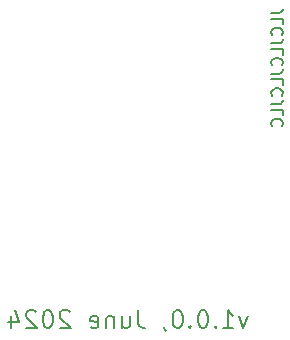
<source format=gbr>
%TF.GenerationSoftware,KiCad,Pcbnew,7.0.8*%
%TF.CreationDate,2024-06-10T09:02:31-04:00*%
%TF.ProjectId,bottomboard,626f7474-6f6d-4626-9f61-72642e6b6963,rev?*%
%TF.SameCoordinates,Original*%
%TF.FileFunction,Legend,Bot*%
%TF.FilePolarity,Positive*%
%FSLAX46Y46*%
G04 Gerber Fmt 4.6, Leading zero omitted, Abs format (unit mm)*
G04 Created by KiCad (PCBNEW 7.0.8) date 2024-06-10 09:02:31*
%MOMM*%
%LPD*%
G01*
G04 APERTURE LIST*
%ADD10C,0.150000*%
%ADD11C,0.200000*%
%ADD12C,3.200000*%
G04 APERTURE END LIST*
D10*
X175619819Y-90872493D02*
X176334104Y-90872493D01*
X176334104Y-90872493D02*
X176476961Y-90824874D01*
X176476961Y-90824874D02*
X176572200Y-90729636D01*
X176572200Y-90729636D02*
X176619819Y-90586779D01*
X176619819Y-90586779D02*
X176619819Y-90491541D01*
X176619819Y-91824874D02*
X176619819Y-91348684D01*
X176619819Y-91348684D02*
X175619819Y-91348684D01*
X176524580Y-92729636D02*
X176572200Y-92682017D01*
X176572200Y-92682017D02*
X176619819Y-92539160D01*
X176619819Y-92539160D02*
X176619819Y-92443922D01*
X176619819Y-92443922D02*
X176572200Y-92301065D01*
X176572200Y-92301065D02*
X176476961Y-92205827D01*
X176476961Y-92205827D02*
X176381723Y-92158208D01*
X176381723Y-92158208D02*
X176191247Y-92110589D01*
X176191247Y-92110589D02*
X176048390Y-92110589D01*
X176048390Y-92110589D02*
X175857914Y-92158208D01*
X175857914Y-92158208D02*
X175762676Y-92205827D01*
X175762676Y-92205827D02*
X175667438Y-92301065D01*
X175667438Y-92301065D02*
X175619819Y-92443922D01*
X175619819Y-92443922D02*
X175619819Y-92539160D01*
X175619819Y-92539160D02*
X175667438Y-92682017D01*
X175667438Y-92682017D02*
X175715057Y-92729636D01*
X175619819Y-93443922D02*
X176334104Y-93443922D01*
X176334104Y-93443922D02*
X176476961Y-93396303D01*
X176476961Y-93396303D02*
X176572200Y-93301065D01*
X176572200Y-93301065D02*
X176619819Y-93158208D01*
X176619819Y-93158208D02*
X176619819Y-93062970D01*
X176619819Y-94396303D02*
X176619819Y-93920113D01*
X176619819Y-93920113D02*
X175619819Y-93920113D01*
X176524580Y-95301065D02*
X176572200Y-95253446D01*
X176572200Y-95253446D02*
X176619819Y-95110589D01*
X176619819Y-95110589D02*
X176619819Y-95015351D01*
X176619819Y-95015351D02*
X176572200Y-94872494D01*
X176572200Y-94872494D02*
X176476961Y-94777256D01*
X176476961Y-94777256D02*
X176381723Y-94729637D01*
X176381723Y-94729637D02*
X176191247Y-94682018D01*
X176191247Y-94682018D02*
X176048390Y-94682018D01*
X176048390Y-94682018D02*
X175857914Y-94729637D01*
X175857914Y-94729637D02*
X175762676Y-94777256D01*
X175762676Y-94777256D02*
X175667438Y-94872494D01*
X175667438Y-94872494D02*
X175619819Y-95015351D01*
X175619819Y-95015351D02*
X175619819Y-95110589D01*
X175619819Y-95110589D02*
X175667438Y-95253446D01*
X175667438Y-95253446D02*
X175715057Y-95301065D01*
X175619819Y-96015351D02*
X176334104Y-96015351D01*
X176334104Y-96015351D02*
X176476961Y-95967732D01*
X176476961Y-95967732D02*
X176572200Y-95872494D01*
X176572200Y-95872494D02*
X176619819Y-95729637D01*
X176619819Y-95729637D02*
X176619819Y-95634399D01*
X176619819Y-96967732D02*
X176619819Y-96491542D01*
X176619819Y-96491542D02*
X175619819Y-96491542D01*
X176524580Y-97872494D02*
X176572200Y-97824875D01*
X176572200Y-97824875D02*
X176619819Y-97682018D01*
X176619819Y-97682018D02*
X176619819Y-97586780D01*
X176619819Y-97586780D02*
X176572200Y-97443923D01*
X176572200Y-97443923D02*
X176476961Y-97348685D01*
X176476961Y-97348685D02*
X176381723Y-97301066D01*
X176381723Y-97301066D02*
X176191247Y-97253447D01*
X176191247Y-97253447D02*
X176048390Y-97253447D01*
X176048390Y-97253447D02*
X175857914Y-97301066D01*
X175857914Y-97301066D02*
X175762676Y-97348685D01*
X175762676Y-97348685D02*
X175667438Y-97443923D01*
X175667438Y-97443923D02*
X175619819Y-97586780D01*
X175619819Y-97586780D02*
X175619819Y-97682018D01*
X175619819Y-97682018D02*
X175667438Y-97824875D01*
X175667438Y-97824875D02*
X175715057Y-97872494D01*
X175619819Y-98586780D02*
X176334104Y-98586780D01*
X176334104Y-98586780D02*
X176476961Y-98539161D01*
X176476961Y-98539161D02*
X176572200Y-98443923D01*
X176572200Y-98443923D02*
X176619819Y-98301066D01*
X176619819Y-98301066D02*
X176619819Y-98205828D01*
X176619819Y-99539161D02*
X176619819Y-99062971D01*
X176619819Y-99062971D02*
X175619819Y-99062971D01*
X176524580Y-100443923D02*
X176572200Y-100396304D01*
X176572200Y-100396304D02*
X176619819Y-100253447D01*
X176619819Y-100253447D02*
X176619819Y-100158209D01*
X176619819Y-100158209D02*
X176572200Y-100015352D01*
X176572200Y-100015352D02*
X176476961Y-99920114D01*
X176476961Y-99920114D02*
X176381723Y-99872495D01*
X176381723Y-99872495D02*
X176191247Y-99824876D01*
X176191247Y-99824876D02*
X176048390Y-99824876D01*
X176048390Y-99824876D02*
X175857914Y-99872495D01*
X175857914Y-99872495D02*
X175762676Y-99920114D01*
X175762676Y-99920114D02*
X175667438Y-100015352D01*
X175667438Y-100015352D02*
X175619819Y-100158209D01*
X175619819Y-100158209D02*
X175619819Y-100253447D01*
X175619819Y-100253447D02*
X175667438Y-100396304D01*
X175667438Y-100396304D02*
X175715057Y-100443923D01*
D11*
X173642855Y-116556028D02*
X173285712Y-117556028D01*
X173285712Y-117556028D02*
X172928569Y-116556028D01*
X171571426Y-117556028D02*
X172428569Y-117556028D01*
X171999998Y-117556028D02*
X171999998Y-116056028D01*
X171999998Y-116056028D02*
X172142855Y-116270314D01*
X172142855Y-116270314D02*
X172285712Y-116413171D01*
X172285712Y-116413171D02*
X172428569Y-116484600D01*
X170928570Y-117413171D02*
X170857141Y-117484600D01*
X170857141Y-117484600D02*
X170928570Y-117556028D01*
X170928570Y-117556028D02*
X170999998Y-117484600D01*
X170999998Y-117484600D02*
X170928570Y-117413171D01*
X170928570Y-117413171D02*
X170928570Y-117556028D01*
X169928569Y-116056028D02*
X169785712Y-116056028D01*
X169785712Y-116056028D02*
X169642855Y-116127457D01*
X169642855Y-116127457D02*
X169571427Y-116198885D01*
X169571427Y-116198885D02*
X169499998Y-116341742D01*
X169499998Y-116341742D02*
X169428569Y-116627457D01*
X169428569Y-116627457D02*
X169428569Y-116984600D01*
X169428569Y-116984600D02*
X169499998Y-117270314D01*
X169499998Y-117270314D02*
X169571427Y-117413171D01*
X169571427Y-117413171D02*
X169642855Y-117484600D01*
X169642855Y-117484600D02*
X169785712Y-117556028D01*
X169785712Y-117556028D02*
X169928569Y-117556028D01*
X169928569Y-117556028D02*
X170071427Y-117484600D01*
X170071427Y-117484600D02*
X170142855Y-117413171D01*
X170142855Y-117413171D02*
X170214284Y-117270314D01*
X170214284Y-117270314D02*
X170285712Y-116984600D01*
X170285712Y-116984600D02*
X170285712Y-116627457D01*
X170285712Y-116627457D02*
X170214284Y-116341742D01*
X170214284Y-116341742D02*
X170142855Y-116198885D01*
X170142855Y-116198885D02*
X170071427Y-116127457D01*
X170071427Y-116127457D02*
X169928569Y-116056028D01*
X168785713Y-117413171D02*
X168714284Y-117484600D01*
X168714284Y-117484600D02*
X168785713Y-117556028D01*
X168785713Y-117556028D02*
X168857141Y-117484600D01*
X168857141Y-117484600D02*
X168785713Y-117413171D01*
X168785713Y-117413171D02*
X168785713Y-117556028D01*
X167785712Y-116056028D02*
X167642855Y-116056028D01*
X167642855Y-116056028D02*
X167499998Y-116127457D01*
X167499998Y-116127457D02*
X167428570Y-116198885D01*
X167428570Y-116198885D02*
X167357141Y-116341742D01*
X167357141Y-116341742D02*
X167285712Y-116627457D01*
X167285712Y-116627457D02*
X167285712Y-116984600D01*
X167285712Y-116984600D02*
X167357141Y-117270314D01*
X167357141Y-117270314D02*
X167428570Y-117413171D01*
X167428570Y-117413171D02*
X167499998Y-117484600D01*
X167499998Y-117484600D02*
X167642855Y-117556028D01*
X167642855Y-117556028D02*
X167785712Y-117556028D01*
X167785712Y-117556028D02*
X167928570Y-117484600D01*
X167928570Y-117484600D02*
X167999998Y-117413171D01*
X167999998Y-117413171D02*
X168071427Y-117270314D01*
X168071427Y-117270314D02*
X168142855Y-116984600D01*
X168142855Y-116984600D02*
X168142855Y-116627457D01*
X168142855Y-116627457D02*
X168071427Y-116341742D01*
X168071427Y-116341742D02*
X167999998Y-116198885D01*
X167999998Y-116198885D02*
X167928570Y-116127457D01*
X167928570Y-116127457D02*
X167785712Y-116056028D01*
X166571427Y-117484600D02*
X166571427Y-117556028D01*
X166571427Y-117556028D02*
X166642856Y-117698885D01*
X166642856Y-117698885D02*
X166714284Y-117770314D01*
X164357141Y-116056028D02*
X164357141Y-117127457D01*
X164357141Y-117127457D02*
X164428570Y-117341742D01*
X164428570Y-117341742D02*
X164571427Y-117484600D01*
X164571427Y-117484600D02*
X164785713Y-117556028D01*
X164785713Y-117556028D02*
X164928570Y-117556028D01*
X162999999Y-116556028D02*
X162999999Y-117556028D01*
X163642856Y-116556028D02*
X163642856Y-117341742D01*
X163642856Y-117341742D02*
X163571427Y-117484600D01*
X163571427Y-117484600D02*
X163428570Y-117556028D01*
X163428570Y-117556028D02*
X163214284Y-117556028D01*
X163214284Y-117556028D02*
X163071427Y-117484600D01*
X163071427Y-117484600D02*
X162999999Y-117413171D01*
X162285713Y-116556028D02*
X162285713Y-117556028D01*
X162285713Y-116698885D02*
X162214284Y-116627457D01*
X162214284Y-116627457D02*
X162071427Y-116556028D01*
X162071427Y-116556028D02*
X161857141Y-116556028D01*
X161857141Y-116556028D02*
X161714284Y-116627457D01*
X161714284Y-116627457D02*
X161642856Y-116770314D01*
X161642856Y-116770314D02*
X161642856Y-117556028D01*
X160357141Y-117484600D02*
X160499998Y-117556028D01*
X160499998Y-117556028D02*
X160785713Y-117556028D01*
X160785713Y-117556028D02*
X160928570Y-117484600D01*
X160928570Y-117484600D02*
X160999998Y-117341742D01*
X160999998Y-117341742D02*
X160999998Y-116770314D01*
X160999998Y-116770314D02*
X160928570Y-116627457D01*
X160928570Y-116627457D02*
X160785713Y-116556028D01*
X160785713Y-116556028D02*
X160499998Y-116556028D01*
X160499998Y-116556028D02*
X160357141Y-116627457D01*
X160357141Y-116627457D02*
X160285713Y-116770314D01*
X160285713Y-116770314D02*
X160285713Y-116913171D01*
X160285713Y-116913171D02*
X160999998Y-117056028D01*
X158571427Y-116198885D02*
X158499999Y-116127457D01*
X158499999Y-116127457D02*
X158357142Y-116056028D01*
X158357142Y-116056028D02*
X157999999Y-116056028D01*
X157999999Y-116056028D02*
X157857142Y-116127457D01*
X157857142Y-116127457D02*
X157785713Y-116198885D01*
X157785713Y-116198885D02*
X157714284Y-116341742D01*
X157714284Y-116341742D02*
X157714284Y-116484600D01*
X157714284Y-116484600D02*
X157785713Y-116698885D01*
X157785713Y-116698885D02*
X158642856Y-117556028D01*
X158642856Y-117556028D02*
X157714284Y-117556028D01*
X156785713Y-116056028D02*
X156642856Y-116056028D01*
X156642856Y-116056028D02*
X156499999Y-116127457D01*
X156499999Y-116127457D02*
X156428571Y-116198885D01*
X156428571Y-116198885D02*
X156357142Y-116341742D01*
X156357142Y-116341742D02*
X156285713Y-116627457D01*
X156285713Y-116627457D02*
X156285713Y-116984600D01*
X156285713Y-116984600D02*
X156357142Y-117270314D01*
X156357142Y-117270314D02*
X156428571Y-117413171D01*
X156428571Y-117413171D02*
X156499999Y-117484600D01*
X156499999Y-117484600D02*
X156642856Y-117556028D01*
X156642856Y-117556028D02*
X156785713Y-117556028D01*
X156785713Y-117556028D02*
X156928571Y-117484600D01*
X156928571Y-117484600D02*
X156999999Y-117413171D01*
X156999999Y-117413171D02*
X157071428Y-117270314D01*
X157071428Y-117270314D02*
X157142856Y-116984600D01*
X157142856Y-116984600D02*
X157142856Y-116627457D01*
X157142856Y-116627457D02*
X157071428Y-116341742D01*
X157071428Y-116341742D02*
X156999999Y-116198885D01*
X156999999Y-116198885D02*
X156928571Y-116127457D01*
X156928571Y-116127457D02*
X156785713Y-116056028D01*
X155714285Y-116198885D02*
X155642857Y-116127457D01*
X155642857Y-116127457D02*
X155500000Y-116056028D01*
X155500000Y-116056028D02*
X155142857Y-116056028D01*
X155142857Y-116056028D02*
X155000000Y-116127457D01*
X155000000Y-116127457D02*
X154928571Y-116198885D01*
X154928571Y-116198885D02*
X154857142Y-116341742D01*
X154857142Y-116341742D02*
X154857142Y-116484600D01*
X154857142Y-116484600D02*
X154928571Y-116698885D01*
X154928571Y-116698885D02*
X155785714Y-117556028D01*
X155785714Y-117556028D02*
X154857142Y-117556028D01*
X153571429Y-116556028D02*
X153571429Y-117556028D01*
X153928571Y-115984600D02*
X154285714Y-117056028D01*
X154285714Y-117056028D02*
X153357143Y-117056028D01*
%LPC*%
D12*
%TO.C,REF\u002A\u002A*%
X100500000Y-116500000D03*
%TD*%
%TO.C,REF\u002A\u002A*%
X179500000Y-61500000D03*
%TD*%
%LPD*%
M02*

</source>
